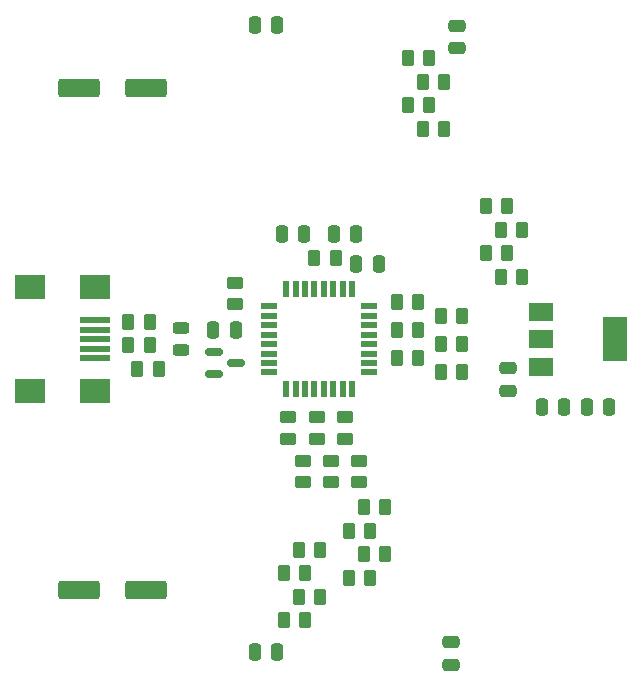
<source format=gtp>
%TF.GenerationSoftware,KiCad,Pcbnew,(6.0.5)*%
%TF.CreationDate,2024-04-12T21:31:27+02:00*%
%TF.ProjectId,TUSB2046-FS-HUB,54555342-3230-4343-962d-46532d485542,rev?*%
%TF.SameCoordinates,Original*%
%TF.FileFunction,Paste,Top*%
%TF.FilePolarity,Positive*%
%FSLAX46Y46*%
G04 Gerber Fmt 4.6, Leading zero omitted, Abs format (unit mm)*
G04 Created by KiCad (PCBNEW (6.0.5)) date 2024-04-12 21:31:27*
%MOMM*%
%LPD*%
G01*
G04 APERTURE LIST*
G04 Aperture macros list*
%AMRoundRect*
0 Rectangle with rounded corners*
0 $1 Rounding radius*
0 $2 $3 $4 $5 $6 $7 $8 $9 X,Y pos of 4 corners*
0 Add a 4 corners polygon primitive as box body*
4,1,4,$2,$3,$4,$5,$6,$7,$8,$9,$2,$3,0*
0 Add four circle primitives for the rounded corners*
1,1,$1+$1,$2,$3*
1,1,$1+$1,$4,$5*
1,1,$1+$1,$6,$7*
1,1,$1+$1,$8,$9*
0 Add four rect primitives between the rounded corners*
20,1,$1+$1,$2,$3,$4,$5,0*
20,1,$1+$1,$4,$5,$6,$7,0*
20,1,$1+$1,$6,$7,$8,$9,0*
20,1,$1+$1,$8,$9,$2,$3,0*%
G04 Aperture macros list end*
%ADD10RoundRect,0.250000X0.262500X0.450000X-0.262500X0.450000X-0.262500X-0.450000X0.262500X-0.450000X0*%
%ADD11RoundRect,0.250000X-0.262500X-0.450000X0.262500X-0.450000X0.262500X0.450000X-0.262500X0.450000X0*%
%ADD12RoundRect,0.250000X0.450000X-0.262500X0.450000X0.262500X-0.450000X0.262500X-0.450000X-0.262500X0*%
%ADD13RoundRect,0.150000X-0.587500X-0.150000X0.587500X-0.150000X0.587500X0.150000X-0.587500X0.150000X0*%
%ADD14RoundRect,0.250000X-0.475000X0.250000X-0.475000X-0.250000X0.475000X-0.250000X0.475000X0.250000X0*%
%ADD15RoundRect,0.250000X-0.250000X-0.475000X0.250000X-0.475000X0.250000X0.475000X-0.250000X0.475000X0*%
%ADD16R,2.000000X1.500000*%
%ADD17R,2.000000X3.800000*%
%ADD18RoundRect,0.250000X0.250000X0.475000X-0.250000X0.475000X-0.250000X-0.475000X0.250000X-0.475000X0*%
%ADD19RoundRect,0.250000X1.500000X0.550000X-1.500000X0.550000X-1.500000X-0.550000X1.500000X-0.550000X0*%
%ADD20RoundRect,0.250000X-0.450000X0.262500X-0.450000X-0.262500X0.450000X-0.262500X0.450000X0.262500X0*%
%ADD21RoundRect,0.243750X-0.456250X0.243750X-0.456250X-0.243750X0.456250X-0.243750X0.456250X0.243750X0*%
%ADD22R,1.475000X0.600000*%
%ADD23R,0.600000X1.475000*%
%ADD24R,2.500000X0.500000*%
%ADD25R,2.500000X2.000000*%
G04 APERTURE END LIST*
D10*
%TO.C,R27*%
X168412500Y-85200000D03*
X166587500Y-85200000D03*
%TD*%
D11*
%TO.C,R8*%
X159087500Y-89300000D03*
X160912500Y-89300000D03*
%TD*%
D12*
%TO.C,R12*%
X145400000Y-89512500D03*
X145400000Y-87687500D03*
%TD*%
D13*
%TO.C,U2*%
X143562500Y-93550000D03*
X143562500Y-95450000D03*
X145437500Y-94500000D03*
%TD*%
D11*
%TO.C,R1*%
X137087500Y-95000000D03*
X138912500Y-95000000D03*
%TD*%
D14*
%TO.C,C5*%
X168500000Y-94950000D03*
X168500000Y-96850000D03*
%TD*%
D15*
%TO.C,C3*%
X171350000Y-98200000D03*
X173250000Y-98200000D03*
%TD*%
D16*
%TO.C,U1*%
X171250000Y-90200000D03*
X171250000Y-92500000D03*
D17*
X177550000Y-92500000D03*
D16*
X171250000Y-94800000D03*
%TD*%
D14*
%TO.C,C11*%
X163700000Y-118150000D03*
X163700000Y-120050000D03*
%TD*%
D11*
%TO.C,R30*%
X161287500Y-74700000D03*
X163112500Y-74700000D03*
%TD*%
D10*
%TO.C,R15*%
X164612500Y-95300000D03*
X162787500Y-95300000D03*
%TD*%
D18*
%TO.C,C13*%
X155650000Y-83600000D03*
X153750000Y-83600000D03*
%TD*%
D11*
%TO.C,R11*%
X159087500Y-94100000D03*
X160912500Y-94100000D03*
%TD*%
%TO.C,R33*%
X149487500Y-116300000D03*
X151312500Y-116300000D03*
%TD*%
%TO.C,R3*%
X136337500Y-91000000D03*
X138162500Y-91000000D03*
%TD*%
D10*
%TO.C,R18*%
X161812500Y-68700000D03*
X159987500Y-68700000D03*
%TD*%
D11*
%TO.C,R2*%
X136337500Y-93000000D03*
X138162500Y-93000000D03*
%TD*%
D10*
%TO.C,R32*%
X156812500Y-112700000D03*
X154987500Y-112700000D03*
%TD*%
D11*
%TO.C,R10*%
X162787500Y-92900000D03*
X164612500Y-92900000D03*
%TD*%
D19*
%TO.C,C2*%
X137800000Y-71250000D03*
X132200000Y-71250000D03*
%TD*%
D20*
%TO.C,R5*%
X154700000Y-99087500D03*
X154700000Y-100912500D03*
%TD*%
D11*
%TO.C,R9*%
X162787500Y-90500000D03*
X164612500Y-90500000D03*
%TD*%
D21*
%TO.C,D1*%
X140800000Y-91562500D03*
X140800000Y-93437500D03*
%TD*%
D10*
%TO.C,R19*%
X163112500Y-70700000D03*
X161287500Y-70700000D03*
%TD*%
D15*
%TO.C,C9*%
X147050000Y-65900000D03*
X148950000Y-65900000D03*
%TD*%
%TO.C,C7*%
X155650000Y-86100000D03*
X157550000Y-86100000D03*
%TD*%
D20*
%TO.C,R6*%
X152300000Y-99087500D03*
X152300000Y-100912500D03*
%TD*%
D18*
%TO.C,C4*%
X177050000Y-98200000D03*
X175150000Y-98200000D03*
%TD*%
D15*
%TO.C,C12*%
X149350000Y-83600000D03*
X151250000Y-83600000D03*
%TD*%
D10*
%TO.C,R16*%
X160912500Y-91700000D03*
X159087500Y-91700000D03*
%TD*%
%TO.C,R28*%
X158112500Y-110700000D03*
X156287500Y-110700000D03*
%TD*%
D18*
%TO.C,C6*%
X145450000Y-91750000D03*
X143550000Y-91750000D03*
%TD*%
%TO.C,C8*%
X148950000Y-119000000D03*
X147050000Y-119000000D03*
%TD*%
D22*
%TO.C,IC1*%
X148262000Y-89700000D03*
X148262000Y-90500000D03*
X148262000Y-91300000D03*
X148262000Y-92100000D03*
X148262000Y-92900000D03*
X148262000Y-93700000D03*
X148262000Y-94500000D03*
X148262000Y-95300000D03*
D23*
X149700000Y-96738000D03*
X150500000Y-96738000D03*
X151300000Y-96738000D03*
X152100000Y-96738000D03*
X152900000Y-96738000D03*
X153700000Y-96738000D03*
X154500000Y-96738000D03*
X155300000Y-96738000D03*
D22*
X156738000Y-95300000D03*
X156738000Y-94500000D03*
X156738000Y-93700000D03*
X156738000Y-92900000D03*
X156738000Y-92100000D03*
X156738000Y-91300000D03*
X156738000Y-90500000D03*
X156738000Y-89700000D03*
D23*
X155300000Y-88262000D03*
X154500000Y-88262000D03*
X153700000Y-88262000D03*
X152900000Y-88262000D03*
X152100000Y-88262000D03*
X151300000Y-88262000D03*
X150500000Y-88262000D03*
X149700000Y-88262000D03*
%TD*%
D24*
%TO.C,J1*%
X133525000Y-90900000D03*
X133525000Y-91700000D03*
X133525000Y-92500000D03*
X133525000Y-93300000D03*
X133525000Y-94100000D03*
D25*
X128025000Y-88100000D03*
X128025000Y-96900000D03*
X133525000Y-88100000D03*
X133525000Y-96900000D03*
%TD*%
D10*
%TO.C,R31*%
X169712500Y-87200000D03*
X167887500Y-87200000D03*
%TD*%
D11*
%TO.C,R25*%
X167887500Y-83200000D03*
X169712500Y-83200000D03*
%TD*%
D20*
%TO.C,R7*%
X151100000Y-102787500D03*
X151100000Y-104612500D03*
%TD*%
D12*
%TO.C,R14*%
X153500000Y-104612500D03*
X153500000Y-102787500D03*
%TD*%
D11*
%TO.C,R29*%
X150787500Y-114300000D03*
X152612500Y-114300000D03*
%TD*%
%TO.C,R22*%
X150787500Y-110300000D03*
X152612500Y-110300000D03*
%TD*%
%TO.C,R26*%
X159987500Y-72700000D03*
X161812500Y-72700000D03*
%TD*%
D19*
%TO.C,C1*%
X137800000Y-113750000D03*
X132200000Y-113750000D03*
%TD*%
D14*
%TO.C,C10*%
X164200000Y-65950000D03*
X164200000Y-67850000D03*
%TD*%
D20*
%TO.C,R4*%
X155900000Y-102787500D03*
X155900000Y-104612500D03*
%TD*%
D12*
%TO.C,R13*%
X149900000Y-100912500D03*
X149900000Y-99087500D03*
%TD*%
D11*
%TO.C,R24*%
X166587500Y-81200000D03*
X168412500Y-81200000D03*
%TD*%
D10*
%TO.C,R17*%
X153912500Y-85600000D03*
X152087500Y-85600000D03*
%TD*%
%TO.C,R21*%
X156812500Y-108700000D03*
X154987500Y-108700000D03*
%TD*%
D11*
%TO.C,R23*%
X149487500Y-112300000D03*
X151312500Y-112300000D03*
%TD*%
D10*
%TO.C,R20*%
X158112500Y-106700000D03*
X156287500Y-106700000D03*
%TD*%
M02*

</source>
